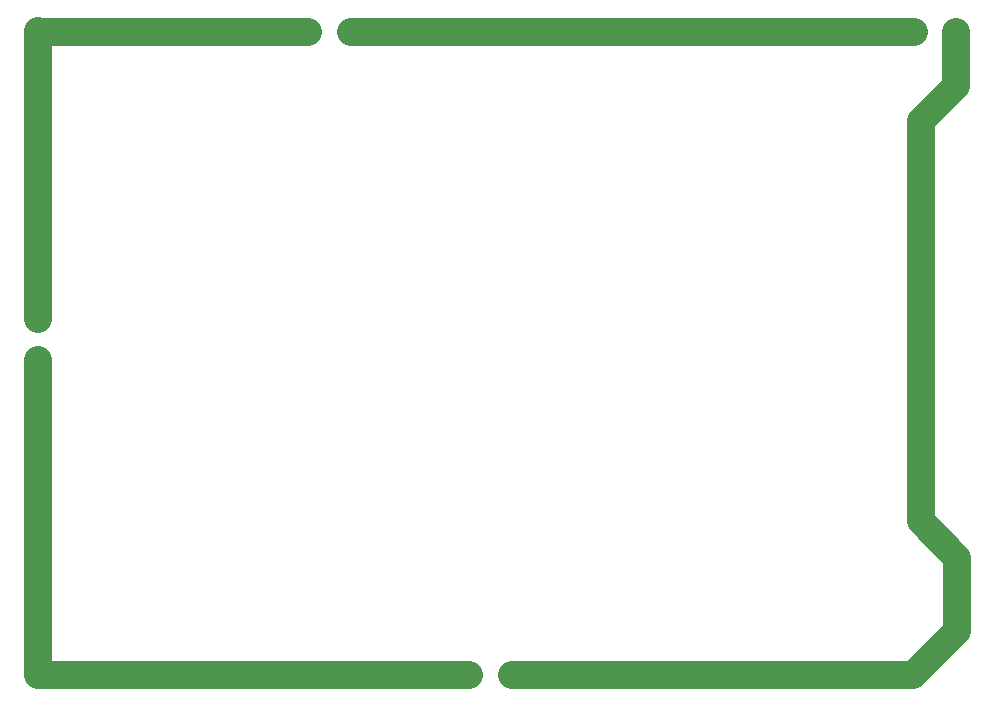
<source format=gbr>
G04 (created by PCBNEW (2013-mar-13)-testing) date mar 18 jun 2013 10:26:54 CEST*
%MOIN*%
G04 Gerber Fmt 3.4, Leading zero omitted, Abs format*
%FSLAX34Y34*%
G01*
G70*
G90*
G04 APERTURE LIST*
%ADD10C,0.003937*%
%ADD11C,0.094488*%
G04 APERTURE END LIST*
G54D10*
G54D11*
X49500Y-38225D02*
X49500Y-48725D01*
X65300Y-48725D02*
X78675Y-48725D01*
X80150Y-47250D02*
X80150Y-44825D01*
X80100Y-29075D02*
X80100Y-27275D01*
X78700Y-27275D02*
X59950Y-27275D01*
X49500Y-27250D02*
X49500Y-36850D01*
X58500Y-27275D02*
X49500Y-27275D01*
X49500Y-48725D02*
X63875Y-48725D01*
X78925Y-30250D02*
X80100Y-29075D01*
X78925Y-43600D02*
X78925Y-30250D01*
X80150Y-44825D02*
X78925Y-43600D01*
X78675Y-48725D02*
X80150Y-47250D01*
M02*

</source>
